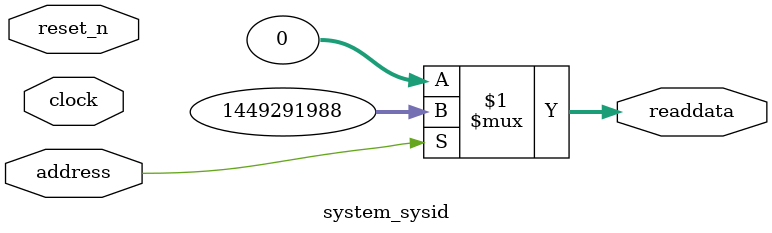
<source format=v>

`timescale 1ns / 1ps
// synthesis translate_on

// turn off superfluous verilog processor warnings 
// altera message_level Level1 
// altera message_off 10034 10035 10036 10037 10230 10240 10030 

module system_sysid (
               // inputs:
                address,
                clock,
                reset_n,

               // outputs:
                readdata
             )
;

  output  [ 31: 0] readdata;
  input            address;
  input            clock;
  input            reset_n;

  wire    [ 31: 0] readdata;
  //control_slave, which is an e_avalon_slave
  assign readdata = address ? 1449291988 : 0;

endmodule




</source>
